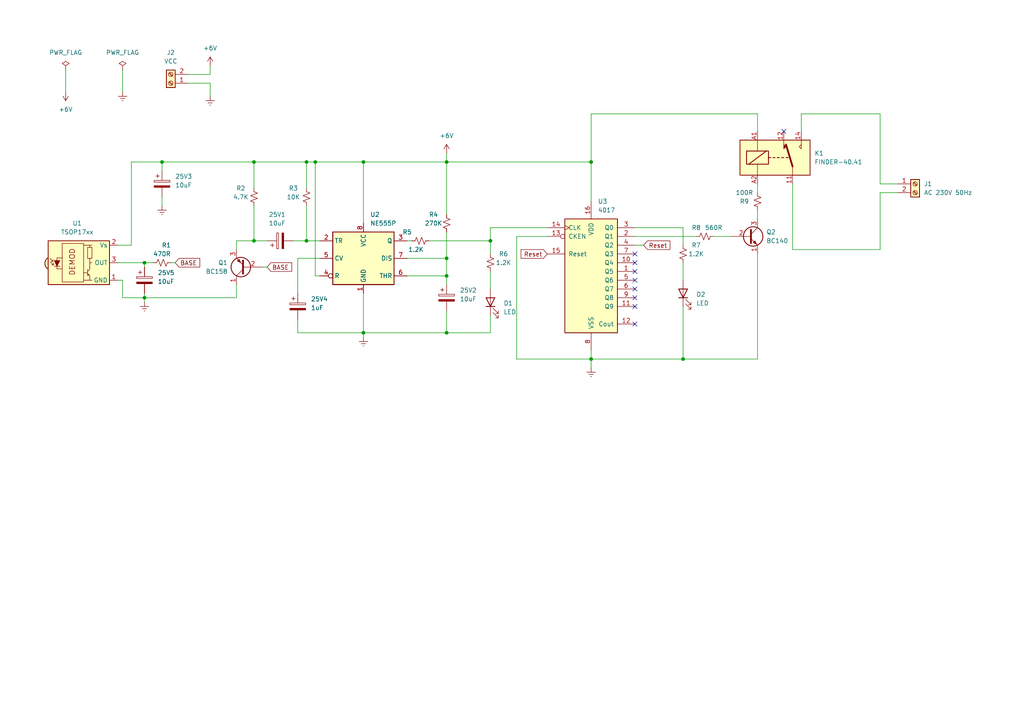
<source format=kicad_sch>
(kicad_sch (version 20230121) (generator eeschema)
  (paper "A4")
  (title_block (title "AC Load Remote Control ") (date "26.09.2023") (rev "1.0") (company "by Muxtar_Safarov"))
  (lib_symbols
    (symbol "4xxx:4017" (pin_names (offset 1.016))
      (property "Reference" "U" (at -7.62 16.51 0))
      (property "Value" "4017" (at -7.62 -19.05 0))
      (symbol "4017_1_0"
        (pin output line (at 12.7 0 180) (length 5.08) (name "Q5") (number "1"))
        (pin output line (at 12.7 2.54 180) (length 5.08) (name "Q4") (number "10"))
        (pin output line (at 12.7 -10.16 180) (length 5.08) (name "Q9") (number "11"))
        (pin output line (at 12.7 -15.24 180) (length 5.08) (name "Cout") (number "12"))
        (pin input inverted (at -12.7 10.16 0) (length 5.08) (name "CKEN") (number "13"))
        (pin input clock (at -12.7 12.7 0) (length 5.08) (name "CLK") (number "14"))
        (pin input line (at -12.7 5.08 0) (length 5.08) (name "Reset") (number "15"))
        (pin power_in line (at 0 20.32 270) (length 5.08) (name "VDD") (number "16"))
        (pin output line (at 12.7 10.16 180) (length 5.08) (name "Q1") (number "2"))
        (pin output line (at 12.7 12.7 180) (length 5.08) (name "Q0") (number "3"))
        (pin output line (at 12.7 7.62 180) (length 5.08) (name "Q2") (number "4"))
        (pin output line (at 12.7 -2.54 180) (length 5.08) (name "Q6") (number "5"))
        (pin output line (at 12.7 -5.08 180) (length 5.08) (name "Q7") (number "6"))
        (pin output line (at 12.7 5.08 180) (length 5.08) (name "Q3") (number "7"))
        (pin power_in line (at 0 -22.86 90) (length 5.08) (name "VSS") (number "8"))
        (pin output line (at 12.7 -7.62 180) (length 5.08) (name "Q8") (number "9"))
      )
      (symbol "4017_1_1"
        (rectangle (start -7.62 15.24) (end 7.62 -17.78) (stroke (width 0.254)) (fill (type background)))
      )
    )
    (symbol "Connector:Screw_Terminal_01x02" (pin_names (offset 1.016) hide)
      (property "Reference" "J" (at 0 2.54 0))
      (property "Value" "Screw_Terminal_01x02" (at 0 -5.08 0))
      (symbol "Screw_Terminal_01x02_1_1"
        (rectangle (start -1.27 1.27) (end 1.27 -3.81) (stroke (width 0.254)) (fill (type background)))
        (circle (center 0 -2.54) (radius 0.635) (stroke (width 0.1524)))
        (polyline (pts (xy -0.5334 -2.2098) (xy 0.3302 -3.048)) (stroke (width 0.1524)))
        (polyline (pts (xy -0.5334 0.3302) (xy 0.3302 -0.508)) (stroke (width 0.1524)))
        (polyline (pts (xy -0.3556 -2.032) (xy 0.508 -2.8702)) (stroke (width 0.1524)))
        (polyline (pts (xy -0.3556 0.508) (xy 0.508 -0.3302)) (stroke (width 0.1524)))
        (circle (center 0 0) (radius 0.635) (stroke (width 0.1524)))
        (pin passive line (at -5.08 0 0) (length 3.81) (name "Pin_1") (number "1"))
        (pin passive line (at -5.08 -2.54 0) (length 3.81) (name "Pin_2") (number "2"))
      )
    )
    (symbol "Device:C_Polarized" (pin_numbers hide) (pin_names (offset 0.254))
      (property "Reference" "C" (at 0.635 2.54 0))
      (property "Value" "C_Polarized" (at 0.635 -2.54 0))
      (symbol "C_Polarized_0_1"
        (rectangle (start -2.286 0.508) (end 2.286 1.016))
        (polyline (pts (xy -1.778 2.286) (xy -0.762 2.286)))
        (polyline (pts (xy -1.27 2.794) (xy -1.27 1.778)))
        (rectangle (start 2.286 -0.508) (end -2.286 -1.016) (fill (type outline)))
      )
      (symbol "C_Polarized_1_1"
        (pin passive line (at 0 3.81 270) (length 2.794) (name "~") (number "1"))
        (pin passive line (at 0 -3.81 90) (length 2.794) (name "~") (number "2"))
      )
    )
    (symbol "Device:LED" (pin_numbers hide) (pin_names (offset 1.016) hide)
      (property "Reference" "D" (at 0 2.54 0))
      (property "Value" "LED" (at 0 -2.54 0))
      (symbol "LED_0_1"
        (polyline (pts (xy -1.27 -1.27) (xy -1.27 1.27)) (stroke (width 0.254)))
        (polyline (pts (xy -1.27 0) (xy 1.27 0)))
        (polyline (pts (xy 1.27 -1.27) (xy 1.27 1.27) (xy -1.27 0) (xy 1.27 -1.27)) (stroke (width 0.254)))
        (polyline (pts (xy -3.048 -0.762) (xy -4.572 -2.286) (xy -3.81 -2.286) (xy -4.572 -2.286) (xy -4.572 -1.524)))
        (polyline (pts (xy -1.778 -0.762) (xy -3.302 -2.286) (xy -2.54 -2.286) (xy -3.302 -2.286) (xy -3.302 -1.524)))
      )
      (symbol "LED_1_1"
        (pin passive line (at -3.81 0 0) (length 2.54) (name "K") (number "1"))
        (pin passive line (at 3.81 0 180) (length 2.54) (name "A") (number "2"))
      )
    )
    (symbol "Device:R_Small_US" (pin_numbers hide) (pin_names (offset 0.254) hide)
      (property "Reference" "R" (at 0.762 0.508 0))
      (property "Value" "R_Small_US" (at 0.762 -1.016 0))
      (symbol "R_Small_US_1_1"
        (polyline (pts (xy 0 0) (xy 1.016 -0.381) (xy 0 -0.762) (xy -1.016 -1.143) (xy 0 -1.524)))
        (polyline (pts (xy 0 1.524) (xy 1.016 1.143) (xy 0 0.762) (xy -1.016 0.381) (xy 0 0)))
        (pin passive line (at 0 2.54 270) (length 1.016) (name "~") (number "1"))
        (pin passive line (at 0 -2.54 90) (length 1.016) (name "~") (number "2"))
      )
    )
    (symbol "Interface_Optical:TSOP17xx"
      (property "Reference" "U" (at -10.16 7.62 0))
      (property "Value" "TSOP17xx" (at -10.16 -7.62 0))
      (symbol "TSOP17xx_0_0"
        (arc (start -10.287 1.397) (mid -11.0899 -0.1852) (end -10.287 -1.778) (stroke (width 0.254)) (fill (type background)))
        (polyline (pts (xy 1.905 -5.08) (xy 0.127 -5.08)))
        (polyline (pts (xy 1.905 5.08) (xy 0.127 5.08)))
        (text "DEMOD" (at -3.175 0.254 900) (effects (font (size 1.524 1.524))))
      )
      (symbol "TSOP17xx_0_1"
        (rectangle (start -6.096 5.588) (end 0.127 -5.588))
        (polyline (pts (xy -8.763 0.381) (xy -9.652 1.27)))
        (polyline (pts (xy -8.763 0.381) (xy -9.271 0.381)))
        (polyline (pts (xy -8.763 0.381) (xy -8.763 0.889)))
        (polyline (pts (xy -8.636 -0.635) (xy -9.525 0.254)))
        (polyline (pts (xy -8.636 -0.635) (xy -9.144 -0.635)))
        (polyline (pts (xy -8.636 -0.635) (xy -8.636 -0.127)))
        (polyline (pts (xy -8.382 -1.016) (xy -6.731 -1.016)))
        (polyline (pts (xy 1.27 -2.921) (xy 0.127 -2.921)))
        (polyline (pts (xy 1.27 -1.905) (xy 1.27 -3.81)))
        (polyline (pts (xy 1.397 -3.556) (xy 1.524 -3.556)))
        (polyline (pts (xy 1.651 -3.556) (xy 1.524 -3.556)))
        (polyline (pts (xy 1.651 -3.556) (xy 1.651 -3.302)))
        (polyline (pts (xy 1.905 0) (xy 1.905 1.27)))
        (polyline (pts (xy 1.905 4.445) (xy 1.905 5.08) (xy 2.54 5.08)))
        (polyline (pts (xy -8.382 0.635) (xy -6.731 0.635) (xy -7.62 -1.016) (xy -8.382 0.635)) (fill (type outline)))
        (polyline (pts (xy -6.096 1.397) (xy -7.62 1.397) (xy -7.62 -1.778) (xy -6.096 -1.778)))
        (polyline (pts (xy 1.27 -3.175) (xy 1.905 -3.81) (xy 1.905 -5.08) (xy 2.54 -5.08)))
        (polyline (pts (xy 1.27 -2.54) (xy 1.905 -1.905) (xy 1.905 0) (xy 2.54 0)))
        (rectangle (start 2.54 1.27) (end 1.27 4.445))
        (rectangle (start 7.62 6.35) (end -10.16 -6.35) (stroke (width 0.254)) (fill (type background)))
      )
      (symbol "TSOP17xx_1_1"
        (pin power_in line (at 10.16 -5.08 180) (length 2.54) (name "GND") (number "1"))
        (pin power_in line (at 10.16 5.08 180) (length 2.54) (name "Vs") (number "2"))
        (pin output line (at 10.16 0 180) (length 2.54) (name "OUT") (number "3"))
      )
    )
    (symbol "Relay:FINDER-40.41"
      (property "Reference" "K" (at 11.43 3.81 0))
      (property "Value" "FINDER-40.41" (at 11.43 1.27 0))
      (symbol "FINDER-40.41_0_0"
        (polyline (pts (xy 7.62 5.08) (xy 7.62 2.54) (xy 6.985 3.175) (xy 7.62 3.81)))
      )
      (symbol "FINDER-40.41_0_1"
        (rectangle (start -10.16 5.08) (end 10.16 -5.08) (stroke (width 0.254)) (fill (type background)))
        (rectangle (start -8.255 1.905) (end -1.905 -1.905) (stroke (width 0.254)))
        (polyline (pts (xy -7.62 -1.905) (xy -2.54 1.905)) (stroke (width 0.254)))
        (polyline (pts (xy -5.08 -5.08) (xy -5.08 -1.905)))
        (polyline (pts (xy -5.08 5.08) (xy -5.08 1.905)))
        (polyline (pts (xy -1.905 0) (xy -1.27 0)) (stroke (width 0.254)))
        (polyline (pts (xy -0.635 0) (xy 0 0)) (stroke (width 0.254)))
        (polyline (pts (xy 0.635 0) (xy 1.27 0)) (stroke (width 0.254)))
        (polyline (pts (xy 1.905 0) (xy 2.54 0)) (stroke (width 0.254)))
        (polyline (pts (xy 3.175 0) (xy 3.81 0)) (stroke (width 0.254)))
        (polyline (pts (xy 5.08 -2.54) (xy 3.175 3.81)) (stroke (width 0.508)))
        (polyline (pts (xy 5.08 -2.54) (xy 5.08 -5.08)))
        (polyline (pts (xy 2.54 5.08) (xy 2.54 2.54) (xy 3.175 3.175) (xy 2.54 3.81)) (fill (type outline)))
      )
      (symbol "FINDER-40.41_1_1"
        (pin passive line (at 5.08 -7.62 90) (length 2.54) (name "~") (number "11"))
        (pin passive line (at 2.54 7.62 270) (length 2.54) (name "~") (number "12"))
        (pin passive line (at 7.62 7.62 270) (length 2.54) (name "~") (number "14"))
        (pin passive line (at -5.08 7.62 270) (length 2.54) (name "~") (number "A1"))
        (pin passive line (at -5.08 -7.62 90) (length 2.54) (name "~") (number "A2"))
      )
    )
    (symbol "Timer:NE555P"
      (property "Reference" "U" (at -10.16 8.89 0))
      (property "Value" "NE555P" (at 2.54 8.89 0))
      (symbol "NE555P_0_0"
        (pin power_in line (at 0 -10.16 90) (length 2.54) (name "GND") (number "1"))
        (pin power_in line (at 0 10.16 270) (length 2.54) (name "VCC") (number "8"))
      )
      (symbol "NE555P_0_1"
        (rectangle (start -8.89 -7.62) (end 8.89 7.62) (stroke (width 0.254)) (fill (type background)))
        (rectangle (start -8.89 -7.62) (end 8.89 7.62) (stroke (width 0.254)) (fill (type background)))
      )
      (symbol "NE555P_1_1"
        (pin input line (at -12.7 5.08 0) (length 3.81) (name "TR") (number "2"))
        (pin output line (at 12.7 5.08 180) (length 3.81) (name "Q") (number "3"))
        (pin input inverted (at -12.7 -5.08 0) (length 3.81) (name "R") (number "4"))
        (pin input line (at -12.7 0 0) (length 3.81) (name "CV") (number "5"))
        (pin input line (at 12.7 -5.08 180) (length 3.81) (name "THR") (number "6"))
        (pin input line (at 12.7 0 180) (length 3.81) (name "DIS") (number "7"))
      )
    )
    (symbol "Transistor_BJT:BC140" (pin_names (offset 0) hide)
      (property "Reference" "Q" (at 5.08 1.905 0))
      (property "Value" "BC140" (at 5.08 0 0))
      (symbol "BC140_0_1"
        (polyline (pts (xy 0.635 0.635) (xy 2.54 2.54)))
        (polyline (pts (xy 0.635 -0.635) (xy 2.54 -2.54) (xy 2.54 -2.54)))
        (polyline (pts (xy 0.635 1.905) (xy 0.635 -1.905) (xy 0.635 -1.905)) (stroke (width 0.508)))
        (polyline (pts (xy 1.27 -1.778) (xy 1.778 -1.27) (xy 2.286 -2.286) (xy 1.27 -1.778) (xy 1.27 -1.778)) (fill (type outline)))
        (circle (center 1.27 0) (radius 2.8194) (stroke (width 0.254)))
      )
      (symbol "BC140_1_1"
        (pin passive line (at 2.54 -5.08 90) (length 2.54) (name "E") (number "1"))
        (pin passive line (at -5.08 0 0) (length 5.715) (name "B") (number "2"))
        (pin passive line (at 2.54 5.08 270) (length 2.54) (name "C") (number "3"))
      )
    )
    (symbol "Transistor_BJT:BC558" (pin_names (offset 0) hide)
      (property "Reference" "Q" (at 5.08 1.905 0))
      (property "Value" "BC558" (at 5.08 0 0))
      (symbol "BC558_0_1"
        (polyline (pts (xy 0.635 0.635) (xy 2.54 2.54)))
        (polyline (pts (xy 0.635 -0.635) (xy 2.54 -2.54) (xy 2.54 -2.54)))
        (polyline (pts (xy 0.635 1.905) (xy 0.635 -1.905) (xy 0.635 -1.905)) (stroke (width 0.508)))
        (polyline (pts (xy 2.286 -1.778) (xy 1.778 -2.286) (xy 1.27 -1.27) (xy 2.286 -1.778) (xy 2.286 -1.778)) (fill (type outline)))
        (circle (center 1.27 0) (radius 2.8194) (stroke (width 0.254)))
      )
      (symbol "BC558_1_1"
        (pin passive line (at 2.54 5.08 270) (length 2.54) (name "C") (number "1"))
        (pin input line (at -5.08 0 0) (length 5.715) (name "B") (number "2"))
        (pin passive line (at 2.54 -5.08 90) (length 2.54) (name "E") (number "3"))
      )
    )
    (symbol "power:+6V" (power) (pin_names (offset 0))
      (property "Value" "+6V" (at 0 3.556 0))
      (symbol "+6V_0_1"
        (polyline (pts (xy -0.762 1.27) (xy 0 2.54)))
        (polyline (pts (xy 0 0) (xy 0 2.54)))
        (polyline (pts (xy 0 2.54) (xy 0.762 1.27)))
      )
      (symbol "+6V_1_1"
        (pin power_in line (at 0 0 90) (length 0) hide (name "+6V") (number "1"))
      )
    )
    (symbol "power:Earth" (power) (pin_names (offset 0))
      (symbol "Earth_0_1"
        (polyline (pts (xy -0.635 -1.905) (xy 0.635 -1.905)))
        (polyline (pts (xy -0.127 -2.54) (xy 0.127 -2.54)))
        (polyline (pts (xy 0 -1.27) (xy 0 0)))
        (polyline (pts (xy 1.27 -1.27) (xy -1.27 -1.27)))
      )
      (symbol "Earth_1_1"
        (pin power_in line (at 0 0 270) (length 0) hide (name "Earth") (number "1"))
      )
    )
    (symbol "power:PWR_FLAG" (power) (pin_numbers hide) (pin_names (offset 0) hide)
      (property "Value" "PWR_FLAG" (at 0 3.81 0))
      (symbol "PWR_FLAG_0_0"
        (pin power_out line (at 0 0 90) (length 0) (name "pwr") (number "1"))
      )
      (symbol "PWR_FLAG_0_1"
        (polyline (pts (xy 0 0) (xy 0 1.27) (xy -1.016 1.905) (xy 0 2.54) (xy 1.016 1.905) (xy 0 1.27)))
      )
    )
  )
  (junction (at 41.91 76.2))
  (junction (at 73.66 69.85))
  (junction (at 91.44 46.99))
  (junction (at 142.24 69.85))
  (junction (at 41.91 86.36))
  (junction (at 198.12 104.14))
  (junction (at 129.54 46.99))
  (junction (at 171.45 46.99))
  (junction (at 129.54 80.01))
  (junction (at 105.41 46.99))
  (junction (at 73.66 46.99))
  (junction (at 105.41 96.52))
  (junction (at 88.9 46.99))
  (junction (at 88.9 69.85))
  (junction (at 129.54 96.52))
  (junction (at 129.54 74.93))
  (junction (at 46.99 46.99))
  (junction (at 171.45 104.14))
  (no_connect (at 184.15 93.98))
  (no_connect (at 184.15 78.74))
  (no_connect (at 184.15 73.66))
  (no_connect (at 184.15 76.2))
  (no_connect (at 184.15 88.9))
  (no_connect (at 184.15 81.28))
  (no_connect (at 184.15 83.82))
  (no_connect (at 227.33 38.1))
  (no_connect (at 184.15 86.36))
  (wire (pts (xy 219.71 73.66) (xy 219.71 104.14)))
  (wire (pts (xy 129.54 74.93) (xy 129.54 67.31)))
  (wire (pts (xy 198.12 66.04) (xy 198.12 71.12)))
  (wire (pts (xy 85.09 69.85) (xy 88.9 69.85)))
  (wire (pts (xy 219.71 60.96) (xy 219.71 63.5)))
  (wire (pts (xy 76.2 77.47) (xy 77.47 77.47)))
  (wire (pts (xy 91.44 46.99) (xy 91.44 80.01)))
  (wire (pts (xy 255.27 53.34) (xy 260.35 53.34)))
  (wire (pts (xy 73.66 46.99) (xy 88.9 46.99)))
  (wire (pts (xy 41.91 76.2) (xy 44.45 76.2)))
  (wire (pts (xy 142.24 69.85) (xy 142.24 73.66)))
  (wire (pts (xy 171.45 104.14) (xy 171.45 106.68)))
  (wire (pts (xy 219.71 53.34) (xy 219.71 55.88)))
  (wire (pts (xy 142.24 96.52) (xy 129.54 96.52)))
  (wire (pts (xy 198.12 104.14) (xy 219.71 104.14)))
  (wire (pts (xy 73.66 59.69) (xy 73.66 69.85)))
  (wire (pts (xy 124.46 69.85) (xy 142.24 69.85)))
  (wire (pts (xy 46.99 46.99) (xy 46.99 49.53)))
  (wire (pts (xy 34.29 71.12) (xy 38.1 71.12)))
  (wire (pts (xy 118.11 69.85) (xy 119.38 69.85)))
  (wire (pts (xy 91.44 46.99) (xy 105.41 46.99)))
  (wire (pts (xy 41.91 86.36) (xy 41.91 87.63)))
  (wire (pts (xy 219.71 33.02) (xy 171.45 33.02)))
  (wire (pts (xy 68.58 69.85) (xy 73.66 69.85)))
  (wire (pts (xy 149.86 104.14) (xy 171.45 104.14)))
  (wire (pts (xy 142.24 66.04) (xy 158.75 66.04)))
  (wire (pts (xy 255.27 55.88) (xy 255.27 72.39)))
  (wire (pts (xy 68.58 69.85) (xy 68.58 72.39)))
  (wire (pts (xy 229.87 53.34) (xy 229.87 72.39)))
  (wire (pts (xy 38.1 71.12) (xy 38.1 46.99)))
  (wire (pts (xy 86.36 96.52) (xy 105.41 96.52)))
  (wire (pts (xy 105.41 85.09) (xy 105.41 96.52)))
  (wire (pts (xy 184.15 71.12) (xy 186.69 71.12)))
  (wire (pts (xy 171.45 33.02) (xy 171.45 46.99)))
  (wire (pts (xy 207.01 68.58) (xy 212.09 68.58)))
  (wire (pts (xy 88.9 46.99) (xy 91.44 46.99)))
  (wire (pts (xy 219.71 38.1) (xy 219.71 33.02)))
  (wire (pts (xy 35.56 20.32) (xy 35.56 26.67)))
  (wire (pts (xy 184.15 68.58) (xy 201.93 68.58)))
  (wire (pts (xy 86.36 92.71) (xy 86.36 96.52)))
  (wire (pts (xy 105.41 96.52) (xy 105.41 97.79)))
  (wire (pts (xy 142.24 66.04) (xy 142.24 69.85)))
  (wire (pts (xy 41.91 86.36) (xy 41.91 85.09)))
  (wire (pts (xy 73.66 46.99) (xy 73.66 54.61)))
  (wire (pts (xy 149.86 68.58) (xy 149.86 104.14)))
  (wire (pts (xy 198.12 88.9) (xy 198.12 104.14)))
  (wire (pts (xy 129.54 80.01) (xy 129.54 74.93)))
  (wire (pts (xy 60.96 24.13) (xy 60.96 27.94)))
  (wire (pts (xy 35.56 86.36) (xy 41.91 86.36)))
  (wire (pts (xy 184.15 66.04) (xy 198.12 66.04)))
  (wire (pts (xy 86.36 74.93) (xy 86.36 85.09)))
  (wire (pts (xy 38.1 46.99) (xy 46.99 46.99)))
  (wire (pts (xy 73.66 69.85) (xy 77.47 69.85)))
  (wire (pts (xy 129.54 80.01) (xy 129.54 82.55)))
  (wire (pts (xy 105.41 64.77) (xy 105.41 46.99)))
  (wire (pts (xy 68.58 86.36) (xy 41.91 86.36)))
  (wire (pts (xy 129.54 90.17) (xy 129.54 96.52)))
  (wire (pts (xy 129.54 46.99) (xy 171.45 46.99)))
  (wire (pts (xy 171.45 46.99) (xy 171.45 58.42)))
  (wire (pts (xy 34.29 81.28) (xy 35.56 81.28)))
  (wire (pts (xy 46.99 46.99) (xy 73.66 46.99)))
  (wire (pts (xy 19.05 20.32) (xy 19.05 26.67)))
  (wire (pts (xy 118.11 74.93) (xy 129.54 74.93)))
  (wire (pts (xy 105.41 96.52) (xy 129.54 96.52)))
  (wire (pts (xy 118.11 80.01) (xy 129.54 80.01)))
  (wire (pts (xy 232.41 33.02) (xy 232.41 38.1)))
  (wire (pts (xy 129.54 46.99) (xy 129.54 44.45)))
  (wire (pts (xy 92.71 80.01) (xy 91.44 80.01)))
  (wire (pts (xy 41.91 76.2) (xy 41.91 77.47)))
  (wire (pts (xy 229.87 72.39) (xy 255.27 72.39)))
  (wire (pts (xy 49.53 76.2) (xy 50.8 76.2)))
  (wire (pts (xy 129.54 46.99) (xy 129.54 62.23)))
  (wire (pts (xy 34.29 76.2) (xy 41.91 76.2)))
  (wire (pts (xy 35.56 81.28) (xy 35.56 86.36)))
  (wire (pts (xy 88.9 69.85) (xy 92.71 69.85)))
  (wire (pts (xy 142.24 91.44) (xy 142.24 96.52)))
  (wire (pts (xy 171.45 104.14) (xy 198.12 104.14)))
  (wire (pts (xy 171.45 101.6) (xy 171.45 104.14)))
  (wire (pts (xy 88.9 54.61) (xy 88.9 46.99)))
  (wire (pts (xy 255.27 33.02) (xy 232.41 33.02)))
  (wire (pts (xy 46.99 57.15) (xy 46.99 59.69)))
  (wire (pts (xy 255.27 55.88) (xy 260.35 55.88)))
  (wire (pts (xy 54.61 21.59) (xy 60.96 21.59)))
  (wire (pts (xy 198.12 76.2) (xy 198.12 81.28)))
  (wire (pts (xy 88.9 59.69) (xy 88.9 69.85)))
  (wire (pts (xy 60.96 21.59) (xy 60.96 19.05)))
  (wire (pts (xy 54.61 24.13) (xy 60.96 24.13)))
  (wire (pts (xy 105.41 46.99) (xy 129.54 46.99)))
  (wire (pts (xy 92.71 74.93) (xy 86.36 74.93)))
  (wire (pts (xy 142.24 78.74) (xy 142.24 83.82)))
  (wire (pts (xy 68.58 82.55) (xy 68.58 86.36)))
  (wire (pts (xy 255.27 33.02) (xy 255.27 53.34)))
  (wire (pts (xy 158.75 68.58) (xy 149.86 68.58)))
  (global_label "Reset" (shape input) (at 186.69 71.12 0) (property "Intersheetrefs" "${INTERSHEET_REFS}" (effects hide)))
  (global_label "Reset" (shape input) (at 158.75 73.66 180) (property "Intersheetrefs" "${INTERSHEET_REFS}" (effects hide)))
  (global_label "BASE" (shape input) (at 50.8 76.2 0) (property "Intersheetrefs" "${INTERSHEET_REFS}" (effects hide)))
  (global_label "BASE" (shape input) (at 77.47 77.47 0) (property "Intersheetrefs" "${INTERSHEET_REFS}" (effects hide)))
  (symbol (lib_id "Device:R_Small_US") (at 204.47 68.58 90) (unit 1)
    (property "Reference" "R8" (at 201.93 66.04 90))
    (property "Value" "560R" (at 207.01 66.04 90))
    (property "Footprint" "Resistor_THT:R_Axial_DIN0207_L6.3mm_D2.5mm_P15.24mm_Horizontal" (effects hide))
  )
  (symbol (lib_id "Interface_Optical:TSOP17xx") (at 24.13 76.2 0) (unit 1)
    (property "Reference" "U1" (at 22.395 64.77 0))
    (property "Value" "TSOP17xx" (at 22.395 67.31 0))
    (property "Footprint" "OptoDevice:Vishay_CAST-3Pin" (effects hide))
    (property "Datasheet" "http://www.micropik.com/PDF/tsop17xx.pdf" (effects hide))
  )
  (symbol (lib_id "Device:C_Polarized") (at 129.54 86.36 0) (unit 1)
    (property "Reference" "25V2" (at 133.35 84.201 0) (effects (justify left)))
    (property "Value" "10uF" (at 133.35 86.741 0) (effects (justify left)))
    (property "Footprint" "Capacitor_THT:CP_Radial_D16.0mm_P7.50mm" (effects hide))
  )
  (symbol (lib_id "power:Earth") (at 41.91 87.63 0) (unit 1)
    (property "Reference" "#PWR02" (effects hide))
    (property "Value" "Earth" (effects hide))
  )
  (symbol (lib_id "power:PWR_FLAG") (at 35.56 20.32 0) (unit 1)
    (property "Reference" "#FLG02" (effects hide))
    (property "Value" "PWR_FLAG" (at 35.56 15.24 0))
  )
  (symbol (lib_id "power:+6V") (at 19.05 26.67 180) (unit 1)
    (property "Reference" "#PWR06" (effects hide))
    (property "Value" "+6V" (at 19.05 31.75 0))
  )
  (symbol (lib_id "Device:LED") (at 198.12 85.09 90) (unit 1)
    (property "Reference" "D2" (at 201.93 85.4075 90) (effects (justify right)))
    (property "Value" "LED" (at 201.93 87.9475 90) (effects (justify right)))
    (property "Footprint" "LED_THT:LED_D5.0mm" (effects hide))
  )
  (symbol (lib_id "Transistor_BJT:BC558") (at 71.12 77.47 180) (unit 1)
    (property "Reference" "Q1" (at 66.04 76.2 0) (effects (justify left)))
    (property "Value" "BC158" (at 66.04 78.74 0) (effects (justify left)))
    (property "Footprint" "Package_TO_SOT_THT:TO-92_Inline" (effects hide))
    (property "Datasheet" "https://www.onsemi.com/pub/Collateral/BC556BTA-D.pdf" (effects hide))
  )
  (symbol (lib_id "Timer:NE555P") (at 105.41 74.93 0) (unit 1)
    (property "Reference" "U2" (at 107.3659 62.23 0) (effects (justify left)))
    (property "Value" "NE555P" (at 107.3659 64.77 0) (effects (justify left)))
    (property "Footprint" "Package_DIP:DIP-8_W7.62mm" (effects hide))
    (property "Datasheet" "http://www.ti.com/lit/ds/symlink/ne555.pdf" (effects hide))
  )
  (symbol (lib_id "power:Earth") (at 60.96 27.94 0) (unit 1)
    (property "Reference" "#PWR09" (effects hide))
    (property "Value" "Earth" (effects hide))
  )
  (symbol (lib_id "Device:R_Small_US") (at 142.24 76.2 0) (unit 1)
    (property "Reference" "R6" (at 146.05 73.66 0))
    (property "Value" "1.2K" (at 146.05 76.2 0))
    (property "Footprint" "Resistor_THT:R_Axial_DIN0207_L6.3mm_D2.5mm_P15.24mm_Horizontal" (effects hide))
  )
  (symbol (lib_id "Device:R_Small_US") (at 198.12 73.66 0) (unit 1)
    (property "Reference" "R7" (at 201.93 71.12 0))
    (property "Value" "1.2K" (at 201.93 73.66 0))
    (property "Footprint" "Resistor_THT:R_Axial_DIN0207_L6.3mm_D2.5mm_P15.24mm_Horizontal" (effects hide))
  )
  (symbol (lib_id "power:+6V") (at 129.54 44.45 0) (unit 1)
    (property "Reference" "#PWR01" (effects hide))
    (property "Value" "+6V" (at 129.54 39.37 0))
  )
  (symbol (lib_id "4xxx:4017") (at 171.45 78.74 0) (unit 1)
    (property "Reference" "U3" (at 173.4059 58.42 0) (effects (justify left)))
    (property "Value" "4017" (at 173.4059 60.96 0) (effects (justify left)))
    (property "Footprint" "Package_DIP:DIP-16_W7.62mm" (effects hide))
    (property "Datasheet" "http://www.intersil.com/content/dam/Intersil/documents/cd40/cd4017bms-22bms.pdf" (effects hide))
  )
  (symbol (lib_id "Relay:FINDER-40.41") (at 224.79 45.72 0) (unit 1)
    (property "Reference" "K1" (at 236.22 44.45 0) (effects (justify left)))
    (property "Value" "FINDER-40.41" (at 236.22 46.99 0) (effects (justify left)))
    (property "Footprint" "Relay_THT:Relay_SPDT_Finder_40.41" (effects hide))
    (property "Datasheet" "https://www.finder-relais.net/de/finder-relais-serie-40.pdf" (effects hide))
  )
  (symbol (lib_id "power:Earth") (at 105.41 97.79 0) (unit 1)
    (property "Reference" "#PWR03" (effects hide))
    (property "Value" "Earth" (effects hide))
  )
  (symbol (lib_id "Transistor_BJT:BC140") (at 217.17 68.58 0) (unit 1)
    (property "Reference" "Q2" (at 222.25 67.31 0) (effects (justify left)))
    (property "Value" "BC140" (at 222.25 69.85 0) (effects (justify left)))
    (property "Footprint" "Package_TO_SOT_THT:TO-39-3" (effects hide))
    (property "Datasheet" "http://www.farnell.com/datasheets/296634.pdf" (effects hide))
  )
  (symbol (lib_id "Device:R_Small_US") (at 73.66 57.15 180) (unit 1)
    (property "Reference" "R2" (at 69.85 54.61 0))
    (property "Value" "4.7K" (at 69.85 57.15 0))
    (property "Footprint" "Resistor_THT:R_Axial_DIN0207_L6.3mm_D2.5mm_P15.24mm_Horizontal" (effects hide))
  )
  (symbol (lib_id "Device:R_Small_US") (at 121.92 69.85 270) (unit 1)
    (property "Reference" "R5" (at 118.11 67.31 90))
    (property "Value" "1.2K" (at 120.65 72.39 90))
    (property "Footprint" "Resistor_THT:R_Axial_DIN0207_L6.3mm_D2.5mm_P15.24mm_Horizontal" (effects hide))
  )
  (symbol (lib_id "power:PWR_FLAG") (at 19.05 20.32 0) (unit 1)
    (property "Reference" "#FLG01" (effects hide))
    (property "Value" "PWR_FLAG" (at 19.05 15.24 0))
  )
  (symbol (lib_id "Connector:Screw_Terminal_01x02") (at 265.43 53.34 0) (unit 1)
    (property "Reference" "J1" (at 267.97 53.34 0) (effects (justify left)))
    (property "Value" "AC 230V 50Hz" (at 267.97 55.88 0) (effects (justify left)))
    (property "Footprint" "TerminalBlock:TerminalBlock_bornier-2_P5.08mm" (effects hide))
  )
  (symbol (lib_id "power:Earth") (at 35.56 26.67 0) (unit 1)
    (property "Reference" "#PWR07" (effects hide))
    (property "Value" "Earth" (effects hide))
  )
  (symbol (lib_id "Device:R_Small_US") (at 219.71 58.42 180) (unit 1)
    (property "Reference" "R9" (at 215.9 58.42 0))
    (property "Value" "100R" (at 215.9 55.88 0))
    (property "Footprint" "Resistor_THT:R_Axial_DIN0207_L6.3mm_D2.5mm_P15.24mm_Horizontal" (effects hide))
  )
  (symbol (lib_id "power:+6V") (at 60.96 19.05 0) (unit 1)
    (property "Reference" "#PWR08" (effects hide))
    (property "Value" "+6V" (at 60.96 13.97 0))
  )
  (symbol (lib_id "Device:LED") (at 142.24 87.63 90) (unit 1)
    (property "Reference" "D1" (at 146.05 87.9475 90) (effects (justify right)))
    (property "Value" "LED" (at 146.05 90.4875 90) (effects (justify right)))
    (property "Footprint" "LED_THT:LED_D5.0mm" (effects hide))
  )
  (symbol (lib_id "Device:R_Small_US") (at 129.54 64.77 180) (unit 1)
    (property "Reference" "R4" (at 125.73 62.23 0))
    (property "Value" "270K" (at 125.73 64.77 0))
    (property "Footprint" "Resistor_THT:R_Axial_DIN0207_L6.3mm_D2.5mm_P15.24mm_Horizontal" (effects hide))
  )
  (symbol (lib_id "power:Earth") (at 171.45 106.68 0) (unit 1)
    (property "Reference" "#PWR04" (effects hide))
    (property "Value" "Earth" (effects hide))
  )
  (symbol (lib_id "Device:C_Polarized") (at 41.91 81.28 0) (unit 1)
    (property "Reference" "25V5" (at 45.72 79.121 0) (effects (justify left)))
    (property "Value" "10uF" (at 45.72 81.661 0) (effects (justify left)))
    (property "Footprint" "Capacitor_THT:CP_Radial_D16.0mm_P7.50mm" (effects hide))
  )
  (symbol (lib_id "Device:R_Small_US") (at 46.99 76.2 90) (unit 1)
    (property "Reference" "R1" (at 48.26 71.12 90))
    (property "Value" "470R" (at 46.99 73.66 90))
    (property "Footprint" "Resistor_THT:R_Axial_DIN0207_L6.3mm_D2.5mm_P15.24mm_Horizontal" (effects hide))
  )
  (symbol (lib_id "Device:C_Polarized") (at 81.28 69.85 90) (unit 1)
    (property "Reference" "25V1" (at 80.391 62.23 90))
    (property "Value" "10uF" (at 80.391 64.77 90))
    (property "Footprint" "Capacitor_THT:CP_Radial_D16.0mm_P7.50mm" (effects hide))
  )
  (symbol (lib_id "Connector:Screw_Terminal_01x02") (at 49.53 24.13 180) (unit 1)
    (property "Reference" "J2" (at 49.53 15.24 0))
    (property "Value" "VCC" (at 49.53 17.78 0))
    (property "Footprint" "TerminalBlock:TerminalBlock_bornier-2_P5.08mm" (effects hide))
  )
  (symbol (lib_id "Device:R_Small_US") (at 88.9 57.15 180) (unit 1)
    (property "Reference" "R3" (at 85.09 54.61 0))
    (property "Value" "10K" (at 85.09 57.15 0))
    (property "Footprint" "Resistor_THT:R_Axial_DIN0207_L6.3mm_D2.5mm_P15.24mm_Horizontal" (effects hide))
  )
  (symbol (lib_id "Device:C_Polarized") (at 46.99 53.34 0) (unit 1)
    (property "Reference" "25V3" (at 50.8 51.181 0) (effects (justify left)))
    (property "Value" "10uF" (at 50.8 53.721 0) (effects (justify left)))
    (property "Footprint" "Capacitor_THT:CP_Radial_D16.0mm_P7.50mm" (effects hide))
  )
  (symbol (lib_id "power:Earth") (at 46.99 59.69 0) (unit 1)
    (property "Reference" "#PWR05" (effects hide))
    (property "Value" "Earth" (effects hide))
  )
  (symbol (lib_id "Device:C_Polarized") (at 86.36 88.9 0) (unit 1)
    (property "Reference" "25V4" (at 90.17 86.741 0) (effects (justify left)))
    (property "Value" "1uF" (at 90.17 89.281 0) (effects (justify left)))
    (property "Footprint" "Capacitor_THT:CP_Radial_D10.0mm_P7.50mm" (effects hide))
  )
)
</source>
